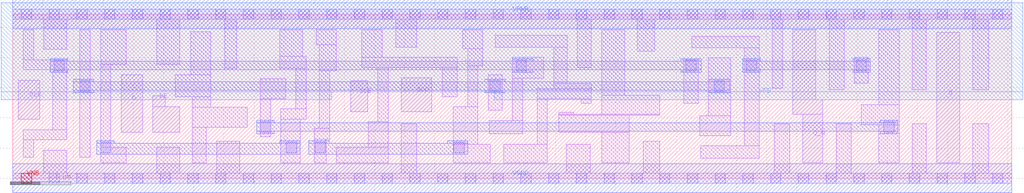
<source format=lef>
# Copyright 2020 The SkyWater PDK Authors
#
# Licensed under the Apache License, Version 2.0 (the "License");
# you may not use this file except in compliance with the License.
# You may obtain a copy of the License at
#
#     https://www.apache.org/licenses/LICENSE-2.0
#
# Unless required by applicable law or agreed to in writing, software
# distributed under the License is distributed on an "AS IS" BASIS,
# WITHOUT WARRANTIES OR CONDITIONS OF ANY KIND, either express or implied.
# See the License for the specific language governing permissions and
# limitations under the License.
#
# SPDX-License-Identifier: Apache-2.0

VERSION 5.7 ;
  NOWIREEXTENSIONATPIN ON ;
  DIVIDERCHAR "/" ;
  BUSBITCHARS "[]" ;
PROPERTYDEFINITIONS
  MACRO maskLayoutSubType STRING ;
  MACRO prCellType STRING ;
  MACRO originalViewName STRING ;
END PROPERTYDEFINITIONS
MACRO sky130_fd_sc_hdll__sedfxbp_2
  CLASS CORE ;
  FOREIGN sky130_fd_sc_hdll__sedfxbp_2 ;
  ORIGIN  0.000000  0.000000 ;
  SIZE  16.56000 BY  2.720000 ;
  SYMMETRY X Y R90 ;
  SITE unithd ;
  PIN CLK
    ANTENNAGATEAREA  0.178200 ;
    DIRECTION INPUT ;
    USE SIGNAL ;
    PORT
      LAYER li1 ;
        RECT 0.095000 0.975000 0.445000 1.625000 ;
    END
  END CLK
  PIN D
    ANTENNAGATEAREA  0.178200 ;
    DIRECTION INPUT ;
    USE SIGNAL ;
    PORT
      LAYER li1 ;
        RECT 1.795000 0.765000 2.155000 1.720000 ;
    END
  END D
  PIN DE
    ANTENNAGATEAREA  0.356400 ;
    DIRECTION INPUT ;
    USE SIGNAL ;
    PORT
      LAYER li1 ;
        RECT 2.325000 0.765000 2.765000 1.185000 ;
        RECT 2.325000 1.185000 2.525000 1.370000 ;
    END
  END DE
  PIN Q
    ANTENNADIFFAREA  0.530500 ;
    DIRECTION OUTPUT ;
    USE SIGNAL ;
    PORT
      LAYER li1 ;
        RECT 15.320000 0.255000 15.700000 2.420000 ;
    END
  END Q
  PIN Q_N
    ANTENNADIFFAREA  0.498000 ;
    DIRECTION OUTPUT ;
    USE SIGNAL ;
    PORT
      LAYER li1 ;
        RECT 12.935000 1.065000 13.430000 1.300000 ;
        RECT 12.935000 1.300000 13.315000 2.465000 ;
        RECT 13.100000 0.255000 13.430000 1.065000 ;
    END
  END Q_N
  PIN SCD
    ANTENNAGATEAREA  0.178200 ;
    DIRECTION INPUT ;
    USE SIGNAL ;
    PORT
      LAYER li1 ;
        RECT 6.445000 1.105000 6.950000 1.665000 ;
    END
  END SCD
  PIN SCE
    ANTENNAGATEAREA  0.356400 ;
    DIRECTION INPUT ;
    USE SIGNAL ;
    PORT
      LAYER li1 ;
        RECT 5.605000 1.105000 5.885000 1.615000 ;
    END
  END SCE
  PIN VGND
    ANTENNADIFFAREA  1.789200 ;
    DIRECTION INOUT ;
    USE SIGNAL ;
    PORT
      LAYER met1 ;
        RECT 0.000000 -0.240000 16.560000 0.240000 ;
    END
  END VGND
  PIN VNB
    PORT
      LAYER pwell ;
        RECT 0.145000 -0.085000 0.315000 0.085000 ;
    END
  END VNB
  PIN VPB
    PORT
      LAYER nwell ;
        RECT -0.190000 1.305000  5.285000 1.435000 ;
        RECT -0.190000 1.435000 16.750000 2.910000 ;
        RECT  7.985000 1.305000 16.750000 1.435000 ;
    END
  END VPB
  PIN VPWR
    ANTENNADIFFAREA  2.495350 ;
    DIRECTION INOUT ;
    USE SIGNAL ;
    PORT
      LAYER met1 ;
        RECT 0.000000 2.480000 16.560000 2.960000 ;
    END
  END VPWR
  OBS
    LAYER li1 ;
      RECT  0.000000 -0.085000 16.560000 0.085000 ;
      RECT  0.000000  2.635000 16.560000 2.805000 ;
      RECT  0.175000  0.345000  0.345000 0.635000 ;
      RECT  0.175000  0.635000  0.895000 0.805000 ;
      RECT  0.175000  1.795000  0.895000 1.965000 ;
      RECT  0.175000  1.965000  0.345000 2.465000 ;
      RECT  0.515000  0.085000  0.895000 0.465000 ;
      RECT  0.515000  2.135000  0.895000 2.635000 ;
      RECT  0.665000  0.805000  0.895000 1.795000 ;
      RECT  1.115000  0.345000  1.285000 2.465000 ;
      RECT  1.455000  0.255000  1.885000 0.515000 ;
      RECT  1.455000  0.515000  1.625000 1.890000 ;
      RECT  1.455000  1.890000  1.885000 2.465000 ;
      RECT  2.385000  0.085000  2.765000 0.515000 ;
      RECT  2.385000  1.890000  2.765000 2.635000 ;
      RECT  2.695000  1.355000  3.285000 1.720000 ;
      RECT  2.955000  1.720000  3.285000 2.425000 ;
      RECT  2.980000  0.255000  3.205000 0.845000 ;
      RECT  2.980000  0.845000  3.885000 1.175000 ;
      RECT  2.980000  1.175000  3.285000 1.355000 ;
      RECT  3.385000  0.085000  3.765000 0.610000 ;
      RECT  3.515000  1.825000  3.710000 2.635000 ;
      RECT  4.105000  0.685000  4.275000 1.320000 ;
      RECT  4.105000  1.320000  4.525000 1.650000 ;
      RECT  4.425000  1.820000  4.865000 2.020000 ;
      RECT  4.425000  2.020000  4.805000 2.465000 ;
      RECT  4.445000  0.255000  4.765000 0.980000 ;
      RECT  4.445000  0.980000  4.865000 1.150000 ;
      RECT  4.695000  1.150000  4.865000 1.820000 ;
      RECT  4.995000  0.255000  5.195000 0.645000 ;
      RECT  4.995000  0.645000  5.255000 0.825000 ;
      RECT  5.035000  2.210000  5.365000 2.465000 ;
      RECT  5.085000  0.825000  5.255000 1.785000 ;
      RECT  5.085000  1.785000  5.365000 2.210000 ;
      RECT  5.365000  0.255000  6.225000 0.515000 ;
      RECT  5.790000  1.835000  7.370000 2.005000 ;
      RECT  5.790000  2.005000  6.130000 2.465000 ;
      RECT  5.895000  0.515000  6.225000 0.935000 ;
      RECT  6.055000  0.935000  6.225000 1.835000 ;
      RECT  6.350000  2.175000  6.695000 2.635000 ;
      RECT  6.445000  0.085000  6.695000 0.905000 ;
      RECT  7.120000  1.355000  7.370000 1.835000 ;
      RECT  7.300000  0.255000  7.920000 0.565000 ;
      RECT  7.300000  0.565000  7.710000 1.185000 ;
      RECT  7.460000  2.150000  7.790000 2.465000 ;
      RECT  7.540000  1.185000  7.710000 1.865000 ;
      RECT  7.540000  1.865000  7.790000 2.150000 ;
      RECT  7.880000  1.125000  8.115000 1.720000 ;
      RECT  7.900000  0.735000  8.455000 0.955000 ;
      RECT  8.000000  2.175000  9.190000 2.375000 ;
      RECT  8.140000  0.255000  8.865000 0.565000 ;
      RECT  8.285000  0.955000  8.455000 1.655000 ;
      RECT  8.285000  1.655000  8.800000 2.005000 ;
      RECT  8.695000  0.565000  8.865000 1.315000 ;
      RECT  8.695000  1.315000  9.595000 1.485000 ;
      RECT  8.970000  1.485000  9.595000 1.575000 ;
      RECT  8.970000  1.575000  9.190000 2.175000 ;
      RECT  9.055000  0.765000 10.220000 1.045000 ;
      RECT  9.055000  1.045000 10.730000 1.065000 ;
      RECT  9.055000  1.065000  9.305000 1.095000 ;
      RECT  9.180000  0.085000  9.575000 0.560000 ;
      RECT  9.360000  1.835000  9.595000 2.635000 ;
      RECT  9.425000  1.245000  9.595000 1.315000 ;
      RECT  9.765000  0.255000 10.220000 0.765000 ;
      RECT  9.765000  1.065000 10.730000 1.375000 ;
      RECT  9.765000  1.375000 10.145000 2.465000 ;
      RECT 10.355000  2.105000 10.645000 2.635000 ;
      RECT 10.450000  0.085000 10.725000 0.615000 ;
      RECT 11.125000  1.245000 11.365000 1.965000 ;
      RECT 11.260000  2.165000 12.375000 2.355000 ;
      RECT 11.390000  0.705000 11.905000 1.035000 ;
      RECT 11.410000  0.330000 12.375000 0.535000 ;
      RECT 11.535000  1.035000 11.905000 1.995000 ;
      RECT 12.125000  0.535000 12.375000 2.165000 ;
      RECT 12.595000  1.495000 12.765000 2.635000 ;
      RECT 12.630000  0.085000 12.880000 0.900000 ;
      RECT 13.535000  1.465000 13.785000 2.635000 ;
      RECT 13.650000  0.085000 13.900000 0.900000 ;
      RECT 13.955000  1.575000 14.185000 2.010000 ;
      RECT 14.070000  0.890000 14.695000 1.220000 ;
      RECT 14.355000  0.255000 14.695000 0.890000 ;
      RECT 14.355000  1.220000 14.695000 2.465000 ;
      RECT 14.915000  0.085000 15.150000 0.900000 ;
      RECT 14.915000  1.465000 15.150000 2.635000 ;
      RECT 15.920000  0.085000 16.180000 0.900000 ;
      RECT 15.920000  1.465000 16.180000 2.635000 ;
    LAYER mcon ;
      RECT  0.145000 -0.085000  0.315000 0.085000 ;
      RECT  0.145000  2.635000  0.315000 2.805000 ;
      RECT  0.605000 -0.085000  0.775000 0.085000 ;
      RECT  0.605000  2.635000  0.775000 2.805000 ;
      RECT  0.685000  1.785000  0.855000 1.955000 ;
      RECT  1.065000 -0.085000  1.235000 0.085000 ;
      RECT  1.065000  2.635000  1.235000 2.805000 ;
      RECT  1.115000  1.445000  1.285000 1.615000 ;
      RECT  1.455000  0.425000  1.625000 0.595000 ;
      RECT  1.525000 -0.085000  1.695000 0.085000 ;
      RECT  1.525000  2.635000  1.695000 2.805000 ;
      RECT  1.985000 -0.085000  2.155000 0.085000 ;
      RECT  1.985000  2.635000  2.155000 2.805000 ;
      RECT  2.445000 -0.085000  2.615000 0.085000 ;
      RECT  2.445000  2.635000  2.615000 2.805000 ;
      RECT  2.905000 -0.085000  3.075000 0.085000 ;
      RECT  2.905000  2.635000  3.075000 2.805000 ;
      RECT  3.365000 -0.085000  3.535000 0.085000 ;
      RECT  3.365000  2.635000  3.535000 2.805000 ;
      RECT  3.825000 -0.085000  3.995000 0.085000 ;
      RECT  3.825000  2.635000  3.995000 2.805000 ;
      RECT  4.105000  0.765000  4.275000 0.935000 ;
      RECT  4.285000 -0.085000  4.455000 0.085000 ;
      RECT  4.285000  2.635000  4.455000 2.805000 ;
      RECT  4.535000  0.425000  4.705000 0.595000 ;
      RECT  4.745000 -0.085000  4.915000 0.085000 ;
      RECT  4.745000  2.635000  4.915000 2.805000 ;
      RECT  5.015000  0.425000  5.185000 0.595000 ;
      RECT  5.205000 -0.085000  5.375000 0.085000 ;
      RECT  5.205000  2.635000  5.375000 2.805000 ;
      RECT  5.665000 -0.085000  5.835000 0.085000 ;
      RECT  5.665000  2.635000  5.835000 2.805000 ;
      RECT  6.125000 -0.085000  6.295000 0.085000 ;
      RECT  6.125000  2.635000  6.295000 2.805000 ;
      RECT  6.585000 -0.085000  6.755000 0.085000 ;
      RECT  6.585000  2.635000  6.755000 2.805000 ;
      RECT  7.045000 -0.085000  7.215000 0.085000 ;
      RECT  7.045000  2.635000  7.215000 2.805000 ;
      RECT  7.315000  0.425000  7.485000 0.595000 ;
      RECT  7.505000 -0.085000  7.675000 0.085000 ;
      RECT  7.505000  2.635000  7.675000 2.805000 ;
      RECT  7.910000  1.445000  8.080000 1.615000 ;
      RECT  7.965000 -0.085000  8.135000 0.085000 ;
      RECT  7.965000  2.635000  8.135000 2.805000 ;
      RECT  8.345000  1.785000  8.515000 1.955000 ;
      RECT  8.425000 -0.085000  8.595000 0.085000 ;
      RECT  8.425000  2.635000  8.595000 2.805000 ;
      RECT  8.885000 -0.085000  9.055000 0.085000 ;
      RECT  8.885000  2.635000  9.055000 2.805000 ;
      RECT  9.345000 -0.085000  9.515000 0.085000 ;
      RECT  9.345000  2.635000  9.515000 2.805000 ;
      RECT  9.805000 -0.085000  9.975000 0.085000 ;
      RECT  9.805000  2.635000  9.975000 2.805000 ;
      RECT 10.265000 -0.085000 10.435000 0.085000 ;
      RECT 10.265000  2.635000 10.435000 2.805000 ;
      RECT 10.725000 -0.085000 10.895000 0.085000 ;
      RECT 10.725000  2.635000 10.895000 2.805000 ;
      RECT 11.160000  1.785000 11.330000 1.955000 ;
      RECT 11.185000 -0.085000 11.355000 0.085000 ;
      RECT 11.185000  2.635000 11.355000 2.805000 ;
      RECT 11.630000  1.445000 11.800000 1.615000 ;
      RECT 11.645000 -0.085000 11.815000 0.085000 ;
      RECT 11.645000  2.635000 11.815000 2.805000 ;
      RECT 12.105000 -0.085000 12.275000 0.085000 ;
      RECT 12.105000  2.635000 12.275000 2.805000 ;
      RECT 12.165000  1.785000 12.335000 1.955000 ;
      RECT 12.565000 -0.085000 12.735000 0.085000 ;
      RECT 12.565000  2.635000 12.735000 2.805000 ;
      RECT 13.025000 -0.085000 13.195000 0.085000 ;
      RECT 13.025000  2.635000 13.195000 2.805000 ;
      RECT 13.485000 -0.085000 13.655000 0.085000 ;
      RECT 13.485000  2.635000 13.655000 2.805000 ;
      RECT 13.945000 -0.085000 14.115000 0.085000 ;
      RECT 13.945000  2.635000 14.115000 2.805000 ;
      RECT 13.985000  1.785000 14.155000 1.955000 ;
      RECT 14.405000 -0.085000 14.575000 0.085000 ;
      RECT 14.405000  2.635000 14.575000 2.805000 ;
      RECT 14.445000  0.765000 14.615000 0.935000 ;
      RECT 14.865000 -0.085000 15.035000 0.085000 ;
      RECT 14.865000  2.635000 15.035000 2.805000 ;
      RECT 15.325000 -0.085000 15.495000 0.085000 ;
      RECT 15.325000  2.635000 15.495000 2.805000 ;
      RECT 15.785000 -0.085000 15.955000 0.085000 ;
      RECT 15.785000  2.635000 15.955000 2.805000 ;
      RECT 16.245000 -0.085000 16.415000 0.085000 ;
      RECT 16.245000  2.635000 16.415000 2.805000 ;
    LAYER met1 ;
      RECT  0.625000 1.755000  0.915000 1.800000 ;
      RECT  0.625000 1.800000 11.415000 1.940000 ;
      RECT  0.625000 1.940000  0.915000 1.985000 ;
      RECT  1.005000 1.415000  1.345000 1.460000 ;
      RECT  1.005000 1.460000 11.885000 1.600000 ;
      RECT  1.005000 1.600000  1.345000 1.645000 ;
      RECT  1.395000 0.395000  4.765000 0.580000 ;
      RECT  1.395000 0.580000  1.685000 0.625000 ;
      RECT  4.045000 0.735000  4.335000 0.780000 ;
      RECT  4.045000 0.780000 14.675000 0.920000 ;
      RECT  4.045000 0.920000  4.335000 0.965000 ;
      RECT  4.425000 0.580000  4.765000 0.625000 ;
      RECT  4.905000 0.395000  7.545000 0.580000 ;
      RECT  4.905000 0.580000  5.245000 0.625000 ;
      RECT  7.205000 0.580000  7.545000 0.625000 ;
      RECT  7.825000 1.415000  8.165000 1.460000 ;
      RECT  7.825000 1.600000  8.165000 1.645000 ;
      RECT  8.285000 1.755000  8.625000 1.800000 ;
      RECT  8.285000 1.940000  8.625000 1.985000 ;
      RECT 11.075000 1.755000 11.415000 1.800000 ;
      RECT 11.075000 1.940000 11.415000 1.985000 ;
      RECT 11.545000 1.415000 11.885000 1.460000 ;
      RECT 11.545000 1.600000 11.885000 1.645000 ;
      RECT 12.105000 1.755000 12.395000 1.800000 ;
      RECT 12.105000 1.800000 14.215000 1.940000 ;
      RECT 12.105000 1.940000 12.395000 1.985000 ;
      RECT 13.925000 1.755000 14.215000 1.800000 ;
      RECT 13.925000 1.940000 14.215000 1.985000 ;
      RECT 14.385000 0.735000 14.675000 0.780000 ;
      RECT 14.385000 0.920000 14.675000 0.965000 ;
  END
  PROPERTY maskLayoutSubType "abstract" ;
  PROPERTY prCellType "standard" ;
  PROPERTY originalViewName "layout" ;
END sky130_fd_sc_hdll__sedfxbp_2
END LIBRARY

</source>
